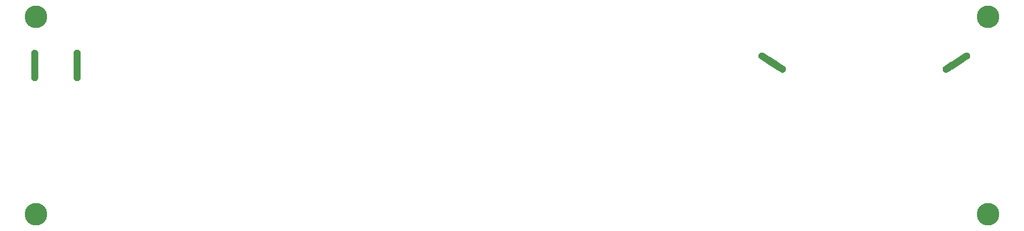
<source format=gbr>
G04 #@! TF.GenerationSoftware,KiCad,Pcbnew,(5.1.12)-1*
G04 #@! TF.CreationDate,2022-02-09T13:03:28+03:00*
G04 #@! TF.ProjectId,ADAU1701 panel,41444155-3137-4303-9120-70616e656c2e,rev?*
G04 #@! TF.SameCoordinates,Original*
G04 #@! TF.FileFunction,Soldermask,Top*
G04 #@! TF.FilePolarity,Negative*
%FSLAX46Y46*%
G04 Gerber Fmt 4.6, Leading zero omitted, Abs format (unit mm)*
G04 Created by KiCad (PCBNEW (5.1.12)-1) date 2022-02-09 13:03:28*
%MOMM*%
%LPD*%
G01*
G04 APERTURE LIST*
%ADD10C,0.010000*%
%ADD11C,3.302000*%
G04 APERTURE END LIST*
D10*
G36*
X74024641Y-108174991D02*
G01*
X74024814Y-108020284D01*
X74025079Y-107867901D01*
X74025435Y-107718804D01*
X74025880Y-107573957D01*
X74026418Y-107434323D01*
X74027046Y-107300864D01*
X74027766Y-107174543D01*
X74028576Y-107056322D01*
X74029477Y-106947166D01*
X74030469Y-106848036D01*
X74031551Y-106759896D01*
X74032725Y-106683708D01*
X74033990Y-106620435D01*
X74035345Y-106571040D01*
X74036791Y-106536487D01*
X74038329Y-106517736D01*
X74038604Y-106516167D01*
X74064716Y-106431569D01*
X74105139Y-106354420D01*
X74158304Y-106286291D01*
X74222645Y-106228748D01*
X74296592Y-106183359D01*
X74378579Y-106151693D01*
X74411100Y-106143671D01*
X74463727Y-106134547D01*
X74508989Y-106131975D01*
X74555137Y-106135954D01*
X74597367Y-106143671D01*
X74681965Y-106169783D01*
X74759113Y-106210206D01*
X74827243Y-106263372D01*
X74884786Y-106327712D01*
X74930174Y-106401660D01*
X74961841Y-106483646D01*
X74969863Y-106516167D01*
X74971368Y-106531854D01*
X74972784Y-106563503D01*
X74974109Y-106610153D01*
X74975345Y-106670846D01*
X74976491Y-106744620D01*
X74977548Y-106830514D01*
X74978515Y-106927570D01*
X74979393Y-107034825D01*
X74980182Y-107151320D01*
X74980881Y-107276095D01*
X74981492Y-107408189D01*
X74982014Y-107546641D01*
X74982447Y-107690492D01*
X74982792Y-107838781D01*
X74983048Y-107990548D01*
X74983216Y-108144832D01*
X74983295Y-108300673D01*
X74983287Y-108457110D01*
X74983190Y-108613184D01*
X74983006Y-108767934D01*
X74982734Y-108920399D01*
X74982375Y-109069619D01*
X74981927Y-109214634D01*
X74981393Y-109354483D01*
X74980771Y-109488207D01*
X74980062Y-109614844D01*
X74979267Y-109733435D01*
X74978384Y-109843018D01*
X74977414Y-109942634D01*
X74976358Y-110031323D01*
X74975215Y-110108123D01*
X74973986Y-110172075D01*
X74972671Y-110222218D01*
X74971269Y-110257592D01*
X74969782Y-110277236D01*
X74969391Y-110279600D01*
X74943954Y-110359972D01*
X74904381Y-110435225D01*
X74852731Y-110502686D01*
X74791061Y-110559678D01*
X74721430Y-110603525D01*
X74719508Y-110604477D01*
X74663496Y-110627851D01*
X74603046Y-110646036D01*
X74544669Y-110657345D01*
X74504233Y-110660306D01*
X74452112Y-110655637D01*
X74392765Y-110642754D01*
X74332703Y-110623347D01*
X74288958Y-110604477D01*
X74218452Y-110560613D01*
X74156362Y-110503574D01*
X74104540Y-110435796D01*
X74064840Y-110359713D01*
X74039113Y-110277760D01*
X74038604Y-110275367D01*
X74037051Y-110259448D01*
X74035589Y-110227559D01*
X74034218Y-110180662D01*
X74032937Y-110119720D01*
X74031748Y-110045697D01*
X74030649Y-109959556D01*
X74029642Y-109862258D01*
X74028725Y-109754767D01*
X74027899Y-109638045D01*
X74027164Y-109513056D01*
X74026520Y-109380763D01*
X74025967Y-109242128D01*
X74025506Y-109098113D01*
X74025134Y-108949683D01*
X74024854Y-108797800D01*
X74024664Y-108643426D01*
X74024565Y-108487525D01*
X74024557Y-108331058D01*
X74024641Y-108174991D01*
G37*
X74024641Y-108174991D02*
X74024814Y-108020284D01*
X74025079Y-107867901D01*
X74025435Y-107718804D01*
X74025880Y-107573957D01*
X74026418Y-107434323D01*
X74027046Y-107300864D01*
X74027766Y-107174543D01*
X74028576Y-107056322D01*
X74029477Y-106947166D01*
X74030469Y-106848036D01*
X74031551Y-106759896D01*
X74032725Y-106683708D01*
X74033990Y-106620435D01*
X74035345Y-106571040D01*
X74036791Y-106536487D01*
X74038329Y-106517736D01*
X74038604Y-106516167D01*
X74064716Y-106431569D01*
X74105139Y-106354420D01*
X74158304Y-106286291D01*
X74222645Y-106228748D01*
X74296592Y-106183359D01*
X74378579Y-106151693D01*
X74411100Y-106143671D01*
X74463727Y-106134547D01*
X74508989Y-106131975D01*
X74555137Y-106135954D01*
X74597367Y-106143671D01*
X74681965Y-106169783D01*
X74759113Y-106210206D01*
X74827243Y-106263372D01*
X74884786Y-106327712D01*
X74930174Y-106401660D01*
X74961841Y-106483646D01*
X74969863Y-106516167D01*
X74971368Y-106531854D01*
X74972784Y-106563503D01*
X74974109Y-106610153D01*
X74975345Y-106670846D01*
X74976491Y-106744620D01*
X74977548Y-106830514D01*
X74978515Y-106927570D01*
X74979393Y-107034825D01*
X74980182Y-107151320D01*
X74980881Y-107276095D01*
X74981492Y-107408189D01*
X74982014Y-107546641D01*
X74982447Y-107690492D01*
X74982792Y-107838781D01*
X74983048Y-107990548D01*
X74983216Y-108144832D01*
X74983295Y-108300673D01*
X74983287Y-108457110D01*
X74983190Y-108613184D01*
X74983006Y-108767934D01*
X74982734Y-108920399D01*
X74982375Y-109069619D01*
X74981927Y-109214634D01*
X74981393Y-109354483D01*
X74980771Y-109488207D01*
X74980062Y-109614844D01*
X74979267Y-109733435D01*
X74978384Y-109843018D01*
X74977414Y-109942634D01*
X74976358Y-110031323D01*
X74975215Y-110108123D01*
X74973986Y-110172075D01*
X74972671Y-110222218D01*
X74971269Y-110257592D01*
X74969782Y-110277236D01*
X74969391Y-110279600D01*
X74943954Y-110359972D01*
X74904381Y-110435225D01*
X74852731Y-110502686D01*
X74791061Y-110559678D01*
X74721430Y-110603525D01*
X74719508Y-110604477D01*
X74663496Y-110627851D01*
X74603046Y-110646036D01*
X74544669Y-110657345D01*
X74504233Y-110660306D01*
X74452112Y-110655637D01*
X74392765Y-110642754D01*
X74332703Y-110623347D01*
X74288958Y-110604477D01*
X74218452Y-110560613D01*
X74156362Y-110503574D01*
X74104540Y-110435796D01*
X74064840Y-110359713D01*
X74039113Y-110277760D01*
X74038604Y-110275367D01*
X74037051Y-110259448D01*
X74035589Y-110227559D01*
X74034218Y-110180662D01*
X74032937Y-110119720D01*
X74031748Y-110045697D01*
X74030649Y-109959556D01*
X74029642Y-109862258D01*
X74028725Y-109754767D01*
X74027899Y-109638045D01*
X74027164Y-109513056D01*
X74026520Y-109380763D01*
X74025967Y-109242128D01*
X74025506Y-109098113D01*
X74025134Y-108949683D01*
X74024854Y-108797800D01*
X74024664Y-108643426D01*
X74024565Y-108487525D01*
X74024557Y-108331058D01*
X74024641Y-108174991D01*
G36*
X80224641Y-108174991D02*
G01*
X80224814Y-108020284D01*
X80225079Y-107867901D01*
X80225435Y-107718804D01*
X80225880Y-107573957D01*
X80226418Y-107434323D01*
X80227046Y-107300864D01*
X80227766Y-107174543D01*
X80228576Y-107056322D01*
X80229477Y-106947166D01*
X80230469Y-106848036D01*
X80231551Y-106759896D01*
X80232725Y-106683708D01*
X80233990Y-106620435D01*
X80235345Y-106571040D01*
X80236791Y-106536487D01*
X80238329Y-106517736D01*
X80238604Y-106516167D01*
X80264716Y-106431569D01*
X80305139Y-106354420D01*
X80358304Y-106286291D01*
X80422645Y-106228748D01*
X80496592Y-106183359D01*
X80578579Y-106151693D01*
X80611100Y-106143671D01*
X80663727Y-106134547D01*
X80708989Y-106131975D01*
X80755137Y-106135954D01*
X80797367Y-106143671D01*
X80881965Y-106169783D01*
X80959113Y-106210206D01*
X81027243Y-106263372D01*
X81084786Y-106327712D01*
X81130174Y-106401660D01*
X81161841Y-106483646D01*
X81169863Y-106516167D01*
X81171368Y-106531854D01*
X81172784Y-106563503D01*
X81174109Y-106610153D01*
X81175345Y-106670846D01*
X81176491Y-106744620D01*
X81177548Y-106830514D01*
X81178515Y-106927570D01*
X81179393Y-107034825D01*
X81180182Y-107151320D01*
X81180881Y-107276095D01*
X81181492Y-107408189D01*
X81182014Y-107546641D01*
X81182447Y-107690492D01*
X81182792Y-107838781D01*
X81183048Y-107990548D01*
X81183216Y-108144832D01*
X81183295Y-108300673D01*
X81183287Y-108457110D01*
X81183190Y-108613184D01*
X81183006Y-108767934D01*
X81182734Y-108920399D01*
X81182375Y-109069619D01*
X81181927Y-109214634D01*
X81181393Y-109354483D01*
X81180771Y-109488207D01*
X81180062Y-109614844D01*
X81179267Y-109733435D01*
X81178384Y-109843018D01*
X81177414Y-109942634D01*
X81176358Y-110031323D01*
X81175215Y-110108123D01*
X81173986Y-110172075D01*
X81172671Y-110222218D01*
X81171269Y-110257592D01*
X81169782Y-110277236D01*
X81169391Y-110279600D01*
X81143954Y-110359972D01*
X81104381Y-110435225D01*
X81052731Y-110502686D01*
X80991061Y-110559678D01*
X80921430Y-110603525D01*
X80919508Y-110604477D01*
X80863496Y-110627851D01*
X80803046Y-110646036D01*
X80744669Y-110657345D01*
X80704233Y-110660306D01*
X80652112Y-110655637D01*
X80592765Y-110642754D01*
X80532703Y-110623347D01*
X80488958Y-110604477D01*
X80418452Y-110560613D01*
X80356362Y-110503574D01*
X80304540Y-110435796D01*
X80264840Y-110359713D01*
X80239113Y-110277760D01*
X80238604Y-110275367D01*
X80237051Y-110259448D01*
X80235589Y-110227559D01*
X80234218Y-110180662D01*
X80232937Y-110119720D01*
X80231748Y-110045697D01*
X80230649Y-109959556D01*
X80229642Y-109862258D01*
X80228725Y-109754767D01*
X80227899Y-109638045D01*
X80227164Y-109513056D01*
X80226520Y-109380763D01*
X80225967Y-109242128D01*
X80225506Y-109098113D01*
X80225134Y-108949683D01*
X80224854Y-108797800D01*
X80224664Y-108643426D01*
X80224565Y-108487525D01*
X80224557Y-108331058D01*
X80224641Y-108174991D01*
G37*
X80224641Y-108174991D02*
X80224814Y-108020284D01*
X80225079Y-107867901D01*
X80225435Y-107718804D01*
X80225880Y-107573957D01*
X80226418Y-107434323D01*
X80227046Y-107300864D01*
X80227766Y-107174543D01*
X80228576Y-107056322D01*
X80229477Y-106947166D01*
X80230469Y-106848036D01*
X80231551Y-106759896D01*
X80232725Y-106683708D01*
X80233990Y-106620435D01*
X80235345Y-106571040D01*
X80236791Y-106536487D01*
X80238329Y-106517736D01*
X80238604Y-106516167D01*
X80264716Y-106431569D01*
X80305139Y-106354420D01*
X80358304Y-106286291D01*
X80422645Y-106228748D01*
X80496592Y-106183359D01*
X80578579Y-106151693D01*
X80611100Y-106143671D01*
X80663727Y-106134547D01*
X80708989Y-106131975D01*
X80755137Y-106135954D01*
X80797367Y-106143671D01*
X80881965Y-106169783D01*
X80959113Y-106210206D01*
X81027243Y-106263372D01*
X81084786Y-106327712D01*
X81130174Y-106401660D01*
X81161841Y-106483646D01*
X81169863Y-106516167D01*
X81171368Y-106531854D01*
X81172784Y-106563503D01*
X81174109Y-106610153D01*
X81175345Y-106670846D01*
X81176491Y-106744620D01*
X81177548Y-106830514D01*
X81178515Y-106927570D01*
X81179393Y-107034825D01*
X81180182Y-107151320D01*
X81180881Y-107276095D01*
X81181492Y-107408189D01*
X81182014Y-107546641D01*
X81182447Y-107690492D01*
X81182792Y-107838781D01*
X81183048Y-107990548D01*
X81183216Y-108144832D01*
X81183295Y-108300673D01*
X81183287Y-108457110D01*
X81183190Y-108613184D01*
X81183006Y-108767934D01*
X81182734Y-108920399D01*
X81182375Y-109069619D01*
X81181927Y-109214634D01*
X81181393Y-109354483D01*
X81180771Y-109488207D01*
X81180062Y-109614844D01*
X81179267Y-109733435D01*
X81178384Y-109843018D01*
X81177414Y-109942634D01*
X81176358Y-110031323D01*
X81175215Y-110108123D01*
X81173986Y-110172075D01*
X81172671Y-110222218D01*
X81171269Y-110257592D01*
X81169782Y-110277236D01*
X81169391Y-110279600D01*
X81143954Y-110359972D01*
X81104381Y-110435225D01*
X81052731Y-110502686D01*
X80991061Y-110559678D01*
X80921430Y-110603525D01*
X80919508Y-110604477D01*
X80863496Y-110627851D01*
X80803046Y-110646036D01*
X80744669Y-110657345D01*
X80704233Y-110660306D01*
X80652112Y-110655637D01*
X80592765Y-110642754D01*
X80532703Y-110623347D01*
X80488958Y-110604477D01*
X80418452Y-110560613D01*
X80356362Y-110503574D01*
X80304540Y-110435796D01*
X80264840Y-110359713D01*
X80239113Y-110277760D01*
X80238604Y-110275367D01*
X80237051Y-110259448D01*
X80235589Y-110227559D01*
X80234218Y-110180662D01*
X80232937Y-110119720D01*
X80231748Y-110045697D01*
X80230649Y-109959556D01*
X80229642Y-109862258D01*
X80228725Y-109754767D01*
X80227899Y-109638045D01*
X80227164Y-109513056D01*
X80226520Y-109380763D01*
X80225967Y-109242128D01*
X80225506Y-109098113D01*
X80225134Y-108949683D01*
X80224854Y-108797800D01*
X80224664Y-108643426D01*
X80224565Y-108487525D01*
X80224557Y-108331058D01*
X80224641Y-108174991D01*
G36*
X209170191Y-108515424D02*
G01*
X209040348Y-108599539D01*
X208912405Y-108682310D01*
X208787168Y-108763216D01*
X208665446Y-108841732D01*
X208548046Y-108917331D01*
X208435776Y-108989491D01*
X208329442Y-109057686D01*
X208229853Y-109121395D01*
X208137816Y-109180090D01*
X208054138Y-109233248D01*
X207979629Y-109280345D01*
X207915093Y-109320855D01*
X207861338Y-109354255D01*
X207819174Y-109380021D01*
X207789408Y-109397628D01*
X207772845Y-109406550D01*
X207771379Y-109407174D01*
X207686208Y-109431350D01*
X207599489Y-109439467D01*
X207513395Y-109431985D01*
X207430093Y-109409364D01*
X207351752Y-109372068D01*
X207280542Y-109320554D01*
X207256102Y-109297649D01*
X207219787Y-109258481D01*
X207192978Y-109221922D01*
X207171181Y-109181052D01*
X207154653Y-109141432D01*
X207130477Y-109056261D01*
X207122361Y-108969543D01*
X207129844Y-108883448D01*
X207152464Y-108800146D01*
X207189762Y-108721806D01*
X207241274Y-108650595D01*
X207264179Y-108626155D01*
X207276516Y-108616349D01*
X207302287Y-108597924D01*
X207340690Y-108571405D01*
X207390918Y-108537313D01*
X207452166Y-108496172D01*
X207523627Y-108448504D01*
X207604498Y-108394832D01*
X207693972Y-108335681D01*
X207791243Y-108271571D01*
X207895507Y-108203028D01*
X208005958Y-108130572D01*
X208121789Y-108054728D01*
X208242197Y-107976018D01*
X208366375Y-107894964D01*
X208493518Y-107812091D01*
X208622820Y-107727921D01*
X208753476Y-107642978D01*
X208884680Y-107557783D01*
X209015627Y-107472860D01*
X209145511Y-107388732D01*
X209273528Y-107305922D01*
X209398869Y-107224952D01*
X209520733Y-107146347D01*
X209638311Y-107070627D01*
X209750801Y-106998318D01*
X209857393Y-106929941D01*
X209957285Y-106866018D01*
X210049670Y-106807075D01*
X210133743Y-106753634D01*
X210208699Y-106706216D01*
X210273732Y-106665347D01*
X210328036Y-106631547D01*
X210370806Y-106605340D01*
X210401236Y-106587249D01*
X210418521Y-106577798D01*
X210420717Y-106576838D01*
X210501976Y-106554398D01*
X210586642Y-106546601D01*
X210671350Y-106553176D01*
X210752735Y-106573857D01*
X210827432Y-106608373D01*
X210829277Y-106609467D01*
X210879387Y-106643712D01*
X210927561Y-106684505D01*
X210968840Y-106727305D01*
X210993347Y-106759605D01*
X211017818Y-106805860D01*
X211039336Y-106862649D01*
X211055772Y-106923592D01*
X211063772Y-106970556D01*
X211065385Y-107053578D01*
X211051364Y-107136717D01*
X211022745Y-107217093D01*
X210980559Y-107291826D01*
X210925839Y-107358037D01*
X210924109Y-107359767D01*
X210911604Y-107369740D01*
X210885656Y-107388334D01*
X210847072Y-107415026D01*
X210796659Y-107449291D01*
X210735226Y-107490604D01*
X210663581Y-107538442D01*
X210582528Y-107592279D01*
X210492878Y-107651591D01*
X210395437Y-107715856D01*
X210291012Y-107784546D01*
X210180413Y-107857138D01*
X210064445Y-107933108D01*
X209943915Y-108011931D01*
X209819634Y-108093083D01*
X209692406Y-108176040D01*
X209563041Y-108260277D01*
X209432345Y-108345270D01*
X209301125Y-108430495D01*
X209170191Y-108515424D01*
G37*
X209170191Y-108515424D02*
X209040348Y-108599539D01*
X208912405Y-108682310D01*
X208787168Y-108763216D01*
X208665446Y-108841732D01*
X208548046Y-108917331D01*
X208435776Y-108989491D01*
X208329442Y-109057686D01*
X208229853Y-109121395D01*
X208137816Y-109180090D01*
X208054138Y-109233248D01*
X207979629Y-109280345D01*
X207915093Y-109320855D01*
X207861338Y-109354255D01*
X207819174Y-109380021D01*
X207789408Y-109397628D01*
X207772845Y-109406550D01*
X207771379Y-109407174D01*
X207686208Y-109431350D01*
X207599489Y-109439467D01*
X207513395Y-109431985D01*
X207430093Y-109409364D01*
X207351752Y-109372068D01*
X207280542Y-109320554D01*
X207256102Y-109297649D01*
X207219787Y-109258481D01*
X207192978Y-109221922D01*
X207171181Y-109181052D01*
X207154653Y-109141432D01*
X207130477Y-109056261D01*
X207122361Y-108969543D01*
X207129844Y-108883448D01*
X207152464Y-108800146D01*
X207189762Y-108721806D01*
X207241274Y-108650595D01*
X207264179Y-108626155D01*
X207276516Y-108616349D01*
X207302287Y-108597924D01*
X207340690Y-108571405D01*
X207390918Y-108537313D01*
X207452166Y-108496172D01*
X207523627Y-108448504D01*
X207604498Y-108394832D01*
X207693972Y-108335681D01*
X207791243Y-108271571D01*
X207895507Y-108203028D01*
X208005958Y-108130572D01*
X208121789Y-108054728D01*
X208242197Y-107976018D01*
X208366375Y-107894964D01*
X208493518Y-107812091D01*
X208622820Y-107727921D01*
X208753476Y-107642978D01*
X208884680Y-107557783D01*
X209015627Y-107472860D01*
X209145511Y-107388732D01*
X209273528Y-107305922D01*
X209398869Y-107224952D01*
X209520733Y-107146347D01*
X209638311Y-107070627D01*
X209750801Y-106998318D01*
X209857393Y-106929941D01*
X209957285Y-106866018D01*
X210049670Y-106807075D01*
X210133743Y-106753634D01*
X210208699Y-106706216D01*
X210273732Y-106665347D01*
X210328036Y-106631547D01*
X210370806Y-106605340D01*
X210401236Y-106587249D01*
X210418521Y-106577798D01*
X210420717Y-106576838D01*
X210501976Y-106554398D01*
X210586642Y-106546601D01*
X210671350Y-106553176D01*
X210752735Y-106573857D01*
X210827432Y-106608373D01*
X210829277Y-106609467D01*
X210879387Y-106643712D01*
X210927561Y-106684505D01*
X210968840Y-106727305D01*
X210993347Y-106759605D01*
X211017818Y-106805860D01*
X211039336Y-106862649D01*
X211055772Y-106923592D01*
X211063772Y-106970556D01*
X211065385Y-107053578D01*
X211051364Y-107136717D01*
X211022745Y-107217093D01*
X210980559Y-107291826D01*
X210925839Y-107358037D01*
X210924109Y-107359767D01*
X210911604Y-107369740D01*
X210885656Y-107388334D01*
X210847072Y-107415026D01*
X210796659Y-107449291D01*
X210735226Y-107490604D01*
X210663581Y-107538442D01*
X210582528Y-107592279D01*
X210492878Y-107651591D01*
X210395437Y-107715856D01*
X210291012Y-107784546D01*
X210180413Y-107857138D01*
X210064445Y-107933108D01*
X209943915Y-108011931D01*
X209819634Y-108093083D01*
X209692406Y-108176040D01*
X209563041Y-108260277D01*
X209432345Y-108345270D01*
X209301125Y-108430495D01*
X209170191Y-108515424D01*
G36*
X181752393Y-108276121D02*
G01*
X181622739Y-108191716D01*
X181495084Y-108108500D01*
X181370234Y-108026998D01*
X181248998Y-107947735D01*
X181132184Y-107871234D01*
X181020598Y-107798020D01*
X180915048Y-107728617D01*
X180816341Y-107663550D01*
X180725286Y-107603344D01*
X180642689Y-107548522D01*
X180569357Y-107499610D01*
X180506100Y-107457130D01*
X180453724Y-107421608D01*
X180413036Y-107393569D01*
X180384845Y-107373538D01*
X180369957Y-107362035D01*
X180368790Y-107360950D01*
X180312062Y-107292976D01*
X180269376Y-107217056D01*
X180241193Y-107135362D01*
X180227976Y-107050061D01*
X180230184Y-106963323D01*
X180248280Y-106877316D01*
X180259265Y-106845673D01*
X180280276Y-106796567D01*
X180302770Y-106757206D01*
X180331241Y-106720670D01*
X180360713Y-106689456D01*
X180428688Y-106632728D01*
X180504607Y-106590042D01*
X180586302Y-106561860D01*
X180671603Y-106548642D01*
X180758341Y-106550852D01*
X180844347Y-106568946D01*
X180875990Y-106579931D01*
X180889966Y-106587212D01*
X180917281Y-106603262D01*
X180957126Y-106627558D01*
X181008701Y-106659577D01*
X181071197Y-106698796D01*
X181143810Y-106744691D01*
X181225734Y-106796741D01*
X181316164Y-106854420D01*
X181414295Y-106917206D01*
X181519321Y-106984577D01*
X181630437Y-107056008D01*
X181746837Y-107130976D01*
X181867716Y-107208960D01*
X181992270Y-107289435D01*
X182119691Y-107371878D01*
X182249176Y-107455767D01*
X182379919Y-107540577D01*
X182511113Y-107625786D01*
X182641955Y-107710871D01*
X182771639Y-107795308D01*
X182899359Y-107878575D01*
X183024310Y-107960147D01*
X183145686Y-108039503D01*
X183262682Y-108116119D01*
X183374494Y-108189472D01*
X183480314Y-108259038D01*
X183579340Y-108324294D01*
X183670763Y-108384717D01*
X183753780Y-108439786D01*
X183827586Y-108488975D01*
X183891373Y-108531762D01*
X183944338Y-108567623D01*
X183985676Y-108596036D01*
X184014579Y-108616478D01*
X184030244Y-108628424D01*
X184032014Y-108630039D01*
X184085566Y-108695146D01*
X184127125Y-108769321D01*
X184155572Y-108849380D01*
X184169782Y-108932141D01*
X184168631Y-109014419D01*
X184168383Y-109016549D01*
X184157479Y-109076255D01*
X184139807Y-109136857D01*
X184117497Y-109191976D01*
X184097958Y-109227501D01*
X184065655Y-109268670D01*
X184022527Y-109311426D01*
X183973539Y-109351229D01*
X183933888Y-109377639D01*
X183858701Y-109412880D01*
X183777047Y-109433888D01*
X183691979Y-109440435D01*
X183606548Y-109432292D01*
X183523805Y-109409234D01*
X183521521Y-109408357D01*
X183507324Y-109400990D01*
X183479784Y-109384848D01*
X183439706Y-109360456D01*
X183387898Y-109328339D01*
X183325169Y-109289020D01*
X183252327Y-109243026D01*
X183170177Y-109190878D01*
X183079528Y-109133103D01*
X182981187Y-109070225D01*
X182875962Y-109002767D01*
X182764661Y-108931256D01*
X182648091Y-108856213D01*
X182527059Y-108778164D01*
X182402372Y-108697635D01*
X182274840Y-108615148D01*
X182145268Y-108531230D01*
X182014464Y-108446403D01*
X181883236Y-108361192D01*
X181752393Y-108276121D01*
G37*
X181752393Y-108276121D02*
X181622739Y-108191716D01*
X181495084Y-108108500D01*
X181370234Y-108026998D01*
X181248998Y-107947735D01*
X181132184Y-107871234D01*
X181020598Y-107798020D01*
X180915048Y-107728617D01*
X180816341Y-107663550D01*
X180725286Y-107603344D01*
X180642689Y-107548522D01*
X180569357Y-107499610D01*
X180506100Y-107457130D01*
X180453724Y-107421608D01*
X180413036Y-107393569D01*
X180384845Y-107373538D01*
X180369957Y-107362035D01*
X180368790Y-107360950D01*
X180312062Y-107292976D01*
X180269376Y-107217056D01*
X180241193Y-107135362D01*
X180227976Y-107050061D01*
X180230184Y-106963323D01*
X180248280Y-106877316D01*
X180259265Y-106845673D01*
X180280276Y-106796567D01*
X180302770Y-106757206D01*
X180331241Y-106720670D01*
X180360713Y-106689456D01*
X180428688Y-106632728D01*
X180504607Y-106590042D01*
X180586302Y-106561860D01*
X180671603Y-106548642D01*
X180758341Y-106550852D01*
X180844347Y-106568946D01*
X180875990Y-106579931D01*
X180889966Y-106587212D01*
X180917281Y-106603262D01*
X180957126Y-106627558D01*
X181008701Y-106659577D01*
X181071197Y-106698796D01*
X181143810Y-106744691D01*
X181225734Y-106796741D01*
X181316164Y-106854420D01*
X181414295Y-106917206D01*
X181519321Y-106984577D01*
X181630437Y-107056008D01*
X181746837Y-107130976D01*
X181867716Y-107208960D01*
X181992270Y-107289435D01*
X182119691Y-107371878D01*
X182249176Y-107455767D01*
X182379919Y-107540577D01*
X182511113Y-107625786D01*
X182641955Y-107710871D01*
X182771639Y-107795308D01*
X182899359Y-107878575D01*
X183024310Y-107960147D01*
X183145686Y-108039503D01*
X183262682Y-108116119D01*
X183374494Y-108189472D01*
X183480314Y-108259038D01*
X183579340Y-108324294D01*
X183670763Y-108384717D01*
X183753780Y-108439786D01*
X183827586Y-108488975D01*
X183891373Y-108531762D01*
X183944338Y-108567623D01*
X183985676Y-108596036D01*
X184014579Y-108616478D01*
X184030244Y-108628424D01*
X184032014Y-108630039D01*
X184085566Y-108695146D01*
X184127125Y-108769321D01*
X184155572Y-108849380D01*
X184169782Y-108932141D01*
X184168631Y-109014419D01*
X184168383Y-109016549D01*
X184157479Y-109076255D01*
X184139807Y-109136857D01*
X184117497Y-109191976D01*
X184097958Y-109227501D01*
X184065655Y-109268670D01*
X184022527Y-109311426D01*
X183973539Y-109351229D01*
X183933888Y-109377639D01*
X183858701Y-109412880D01*
X183777047Y-109433888D01*
X183691979Y-109440435D01*
X183606548Y-109432292D01*
X183523805Y-109409234D01*
X183521521Y-109408357D01*
X183507324Y-109400990D01*
X183479784Y-109384848D01*
X183439706Y-109360456D01*
X183387898Y-109328339D01*
X183325169Y-109289020D01*
X183252327Y-109243026D01*
X183170177Y-109190878D01*
X183079528Y-109133103D01*
X182981187Y-109070225D01*
X182875962Y-109002767D01*
X182764661Y-108931256D01*
X182648091Y-108856213D01*
X182527059Y-108778164D01*
X182402372Y-108697635D01*
X182274840Y-108615148D01*
X182145268Y-108531230D01*
X182014464Y-108446403D01*
X181883236Y-108361192D01*
X181752393Y-108276121D01*
G36*
X74024641Y-108174991D02*
G01*
X74024814Y-108020284D01*
X74025079Y-107867901D01*
X74025435Y-107718804D01*
X74025880Y-107573957D01*
X74026418Y-107434323D01*
X74027046Y-107300864D01*
X74027766Y-107174543D01*
X74028576Y-107056322D01*
X74029477Y-106947166D01*
X74030469Y-106848036D01*
X74031551Y-106759896D01*
X74032725Y-106683708D01*
X74033990Y-106620435D01*
X74035345Y-106571040D01*
X74036791Y-106536487D01*
X74038329Y-106517736D01*
X74038604Y-106516167D01*
X74064716Y-106431569D01*
X74105139Y-106354420D01*
X74158304Y-106286291D01*
X74222645Y-106228748D01*
X74296592Y-106183359D01*
X74378579Y-106151693D01*
X74411100Y-106143671D01*
X74463727Y-106134547D01*
X74508989Y-106131975D01*
X74555137Y-106135954D01*
X74597367Y-106143671D01*
X74681965Y-106169783D01*
X74759113Y-106210206D01*
X74827243Y-106263372D01*
X74884786Y-106327712D01*
X74930174Y-106401660D01*
X74961841Y-106483646D01*
X74969863Y-106516167D01*
X74971368Y-106531854D01*
X74972784Y-106563503D01*
X74974109Y-106610153D01*
X74975345Y-106670846D01*
X74976491Y-106744620D01*
X74977548Y-106830514D01*
X74978515Y-106927570D01*
X74979393Y-107034825D01*
X74980182Y-107151320D01*
X74980881Y-107276095D01*
X74981492Y-107408189D01*
X74982014Y-107546641D01*
X74982447Y-107690492D01*
X74982792Y-107838781D01*
X74983048Y-107990548D01*
X74983216Y-108144832D01*
X74983295Y-108300673D01*
X74983287Y-108457110D01*
X74983190Y-108613184D01*
X74983006Y-108767934D01*
X74982734Y-108920399D01*
X74982375Y-109069619D01*
X74981927Y-109214634D01*
X74981393Y-109354483D01*
X74980771Y-109488207D01*
X74980062Y-109614844D01*
X74979267Y-109733435D01*
X74978384Y-109843018D01*
X74977414Y-109942634D01*
X74976358Y-110031323D01*
X74975215Y-110108123D01*
X74973986Y-110172075D01*
X74972671Y-110222218D01*
X74971269Y-110257592D01*
X74969782Y-110277236D01*
X74969391Y-110279600D01*
X74943954Y-110359972D01*
X74904381Y-110435225D01*
X74852731Y-110502686D01*
X74791061Y-110559678D01*
X74721430Y-110603525D01*
X74719508Y-110604477D01*
X74663496Y-110627851D01*
X74603046Y-110646036D01*
X74544669Y-110657345D01*
X74504233Y-110660306D01*
X74452112Y-110655637D01*
X74392765Y-110642754D01*
X74332703Y-110623347D01*
X74288958Y-110604477D01*
X74218452Y-110560613D01*
X74156362Y-110503574D01*
X74104540Y-110435796D01*
X74064840Y-110359713D01*
X74039113Y-110277760D01*
X74038604Y-110275367D01*
X74037051Y-110259448D01*
X74035589Y-110227559D01*
X74034218Y-110180662D01*
X74032937Y-110119720D01*
X74031748Y-110045697D01*
X74030649Y-109959556D01*
X74029642Y-109862258D01*
X74028725Y-109754767D01*
X74027899Y-109638045D01*
X74027164Y-109513056D01*
X74026520Y-109380763D01*
X74025967Y-109242128D01*
X74025506Y-109098113D01*
X74025134Y-108949683D01*
X74024854Y-108797800D01*
X74024664Y-108643426D01*
X74024565Y-108487525D01*
X74024557Y-108331058D01*
X74024641Y-108174991D01*
G37*
X74024641Y-108174991D02*
X74024814Y-108020284D01*
X74025079Y-107867901D01*
X74025435Y-107718804D01*
X74025880Y-107573957D01*
X74026418Y-107434323D01*
X74027046Y-107300864D01*
X74027766Y-107174543D01*
X74028576Y-107056322D01*
X74029477Y-106947166D01*
X74030469Y-106848036D01*
X74031551Y-106759896D01*
X74032725Y-106683708D01*
X74033990Y-106620435D01*
X74035345Y-106571040D01*
X74036791Y-106536487D01*
X74038329Y-106517736D01*
X74038604Y-106516167D01*
X74064716Y-106431569D01*
X74105139Y-106354420D01*
X74158304Y-106286291D01*
X74222645Y-106228748D01*
X74296592Y-106183359D01*
X74378579Y-106151693D01*
X74411100Y-106143671D01*
X74463727Y-106134547D01*
X74508989Y-106131975D01*
X74555137Y-106135954D01*
X74597367Y-106143671D01*
X74681965Y-106169783D01*
X74759113Y-106210206D01*
X74827243Y-106263372D01*
X74884786Y-106327712D01*
X74930174Y-106401660D01*
X74961841Y-106483646D01*
X74969863Y-106516167D01*
X74971368Y-106531854D01*
X74972784Y-106563503D01*
X74974109Y-106610153D01*
X74975345Y-106670846D01*
X74976491Y-106744620D01*
X74977548Y-106830514D01*
X74978515Y-106927570D01*
X74979393Y-107034825D01*
X74980182Y-107151320D01*
X74980881Y-107276095D01*
X74981492Y-107408189D01*
X74982014Y-107546641D01*
X74982447Y-107690492D01*
X74982792Y-107838781D01*
X74983048Y-107990548D01*
X74983216Y-108144832D01*
X74983295Y-108300673D01*
X74983287Y-108457110D01*
X74983190Y-108613184D01*
X74983006Y-108767934D01*
X74982734Y-108920399D01*
X74982375Y-109069619D01*
X74981927Y-109214634D01*
X74981393Y-109354483D01*
X74980771Y-109488207D01*
X74980062Y-109614844D01*
X74979267Y-109733435D01*
X74978384Y-109843018D01*
X74977414Y-109942634D01*
X74976358Y-110031323D01*
X74975215Y-110108123D01*
X74973986Y-110172075D01*
X74972671Y-110222218D01*
X74971269Y-110257592D01*
X74969782Y-110277236D01*
X74969391Y-110279600D01*
X74943954Y-110359972D01*
X74904381Y-110435225D01*
X74852731Y-110502686D01*
X74791061Y-110559678D01*
X74721430Y-110603525D01*
X74719508Y-110604477D01*
X74663496Y-110627851D01*
X74603046Y-110646036D01*
X74544669Y-110657345D01*
X74504233Y-110660306D01*
X74452112Y-110655637D01*
X74392765Y-110642754D01*
X74332703Y-110623347D01*
X74288958Y-110604477D01*
X74218452Y-110560613D01*
X74156362Y-110503574D01*
X74104540Y-110435796D01*
X74064840Y-110359713D01*
X74039113Y-110277760D01*
X74038604Y-110275367D01*
X74037051Y-110259448D01*
X74035589Y-110227559D01*
X74034218Y-110180662D01*
X74032937Y-110119720D01*
X74031748Y-110045697D01*
X74030649Y-109959556D01*
X74029642Y-109862258D01*
X74028725Y-109754767D01*
X74027899Y-109638045D01*
X74027164Y-109513056D01*
X74026520Y-109380763D01*
X74025967Y-109242128D01*
X74025506Y-109098113D01*
X74025134Y-108949683D01*
X74024854Y-108797800D01*
X74024664Y-108643426D01*
X74024565Y-108487525D01*
X74024557Y-108331058D01*
X74024641Y-108174991D01*
G36*
X80224641Y-108174991D02*
G01*
X80224814Y-108020284D01*
X80225079Y-107867901D01*
X80225435Y-107718804D01*
X80225880Y-107573957D01*
X80226418Y-107434323D01*
X80227046Y-107300864D01*
X80227766Y-107174543D01*
X80228576Y-107056322D01*
X80229477Y-106947166D01*
X80230469Y-106848036D01*
X80231551Y-106759896D01*
X80232725Y-106683708D01*
X80233990Y-106620435D01*
X80235345Y-106571040D01*
X80236791Y-106536487D01*
X80238329Y-106517736D01*
X80238604Y-106516167D01*
X80264716Y-106431569D01*
X80305139Y-106354420D01*
X80358304Y-106286291D01*
X80422645Y-106228748D01*
X80496592Y-106183359D01*
X80578579Y-106151693D01*
X80611100Y-106143671D01*
X80663727Y-106134547D01*
X80708989Y-106131975D01*
X80755137Y-106135954D01*
X80797367Y-106143671D01*
X80881965Y-106169783D01*
X80959113Y-106210206D01*
X81027243Y-106263372D01*
X81084786Y-106327712D01*
X81130174Y-106401660D01*
X81161841Y-106483646D01*
X81169863Y-106516167D01*
X81171368Y-106531854D01*
X81172784Y-106563503D01*
X81174109Y-106610153D01*
X81175345Y-106670846D01*
X81176491Y-106744620D01*
X81177548Y-106830514D01*
X81178515Y-106927570D01*
X81179393Y-107034825D01*
X81180182Y-107151320D01*
X81180881Y-107276095D01*
X81181492Y-107408189D01*
X81182014Y-107546641D01*
X81182447Y-107690492D01*
X81182792Y-107838781D01*
X81183048Y-107990548D01*
X81183216Y-108144832D01*
X81183295Y-108300673D01*
X81183287Y-108457110D01*
X81183190Y-108613184D01*
X81183006Y-108767934D01*
X81182734Y-108920399D01*
X81182375Y-109069619D01*
X81181927Y-109214634D01*
X81181393Y-109354483D01*
X81180771Y-109488207D01*
X81180062Y-109614844D01*
X81179267Y-109733435D01*
X81178384Y-109843018D01*
X81177414Y-109942634D01*
X81176358Y-110031323D01*
X81175215Y-110108123D01*
X81173986Y-110172075D01*
X81172671Y-110222218D01*
X81171269Y-110257592D01*
X81169782Y-110277236D01*
X81169391Y-110279600D01*
X81143954Y-110359972D01*
X81104381Y-110435225D01*
X81052731Y-110502686D01*
X80991061Y-110559678D01*
X80921430Y-110603525D01*
X80919508Y-110604477D01*
X80863496Y-110627851D01*
X80803046Y-110646036D01*
X80744669Y-110657345D01*
X80704233Y-110660306D01*
X80652112Y-110655637D01*
X80592765Y-110642754D01*
X80532703Y-110623347D01*
X80488958Y-110604477D01*
X80418452Y-110560613D01*
X80356362Y-110503574D01*
X80304540Y-110435796D01*
X80264840Y-110359713D01*
X80239113Y-110277760D01*
X80238604Y-110275367D01*
X80237051Y-110259448D01*
X80235589Y-110227559D01*
X80234218Y-110180662D01*
X80232937Y-110119720D01*
X80231748Y-110045697D01*
X80230649Y-109959556D01*
X80229642Y-109862258D01*
X80228725Y-109754767D01*
X80227899Y-109638045D01*
X80227164Y-109513056D01*
X80226520Y-109380763D01*
X80225967Y-109242128D01*
X80225506Y-109098113D01*
X80225134Y-108949683D01*
X80224854Y-108797800D01*
X80224664Y-108643426D01*
X80224565Y-108487525D01*
X80224557Y-108331058D01*
X80224641Y-108174991D01*
G37*
X80224641Y-108174991D02*
X80224814Y-108020284D01*
X80225079Y-107867901D01*
X80225435Y-107718804D01*
X80225880Y-107573957D01*
X80226418Y-107434323D01*
X80227046Y-107300864D01*
X80227766Y-107174543D01*
X80228576Y-107056322D01*
X80229477Y-106947166D01*
X80230469Y-106848036D01*
X80231551Y-106759896D01*
X80232725Y-106683708D01*
X80233990Y-106620435D01*
X80235345Y-106571040D01*
X80236791Y-106536487D01*
X80238329Y-106517736D01*
X80238604Y-106516167D01*
X80264716Y-106431569D01*
X80305139Y-106354420D01*
X80358304Y-106286291D01*
X80422645Y-106228748D01*
X80496592Y-106183359D01*
X80578579Y-106151693D01*
X80611100Y-106143671D01*
X80663727Y-106134547D01*
X80708989Y-106131975D01*
X80755137Y-106135954D01*
X80797367Y-106143671D01*
X80881965Y-106169783D01*
X80959113Y-106210206D01*
X81027243Y-106263372D01*
X81084786Y-106327712D01*
X81130174Y-106401660D01*
X81161841Y-106483646D01*
X81169863Y-106516167D01*
X81171368Y-106531854D01*
X81172784Y-106563503D01*
X81174109Y-106610153D01*
X81175345Y-106670846D01*
X81176491Y-106744620D01*
X81177548Y-106830514D01*
X81178515Y-106927570D01*
X81179393Y-107034825D01*
X81180182Y-107151320D01*
X81180881Y-107276095D01*
X81181492Y-107408189D01*
X81182014Y-107546641D01*
X81182447Y-107690492D01*
X81182792Y-107838781D01*
X81183048Y-107990548D01*
X81183216Y-108144832D01*
X81183295Y-108300673D01*
X81183287Y-108457110D01*
X81183190Y-108613184D01*
X81183006Y-108767934D01*
X81182734Y-108920399D01*
X81182375Y-109069619D01*
X81181927Y-109214634D01*
X81181393Y-109354483D01*
X81180771Y-109488207D01*
X81180062Y-109614844D01*
X81179267Y-109733435D01*
X81178384Y-109843018D01*
X81177414Y-109942634D01*
X81176358Y-110031323D01*
X81175215Y-110108123D01*
X81173986Y-110172075D01*
X81172671Y-110222218D01*
X81171269Y-110257592D01*
X81169782Y-110277236D01*
X81169391Y-110279600D01*
X81143954Y-110359972D01*
X81104381Y-110435225D01*
X81052731Y-110502686D01*
X80991061Y-110559678D01*
X80921430Y-110603525D01*
X80919508Y-110604477D01*
X80863496Y-110627851D01*
X80803046Y-110646036D01*
X80744669Y-110657345D01*
X80704233Y-110660306D01*
X80652112Y-110655637D01*
X80592765Y-110642754D01*
X80532703Y-110623347D01*
X80488958Y-110604477D01*
X80418452Y-110560613D01*
X80356362Y-110503574D01*
X80304540Y-110435796D01*
X80264840Y-110359713D01*
X80239113Y-110277760D01*
X80238604Y-110275367D01*
X80237051Y-110259448D01*
X80235589Y-110227559D01*
X80234218Y-110180662D01*
X80232937Y-110119720D01*
X80231748Y-110045697D01*
X80230649Y-109959556D01*
X80229642Y-109862258D01*
X80228725Y-109754767D01*
X80227899Y-109638045D01*
X80227164Y-109513056D01*
X80226520Y-109380763D01*
X80225967Y-109242128D01*
X80225506Y-109098113D01*
X80225134Y-108949683D01*
X80224854Y-108797800D01*
X80224664Y-108643426D01*
X80224565Y-108487525D01*
X80224557Y-108331058D01*
X80224641Y-108174991D01*
G36*
X209170191Y-108515424D02*
G01*
X209040348Y-108599539D01*
X208912405Y-108682310D01*
X208787168Y-108763216D01*
X208665446Y-108841732D01*
X208548046Y-108917331D01*
X208435776Y-108989491D01*
X208329442Y-109057686D01*
X208229853Y-109121395D01*
X208137816Y-109180090D01*
X208054138Y-109233248D01*
X207979629Y-109280345D01*
X207915093Y-109320855D01*
X207861338Y-109354255D01*
X207819174Y-109380021D01*
X207789408Y-109397628D01*
X207772845Y-109406550D01*
X207771379Y-109407174D01*
X207686208Y-109431350D01*
X207599489Y-109439467D01*
X207513395Y-109431985D01*
X207430093Y-109409364D01*
X207351752Y-109372068D01*
X207280542Y-109320554D01*
X207256102Y-109297649D01*
X207219787Y-109258481D01*
X207192978Y-109221922D01*
X207171181Y-109181052D01*
X207154653Y-109141432D01*
X207130477Y-109056261D01*
X207122361Y-108969543D01*
X207129844Y-108883448D01*
X207152464Y-108800146D01*
X207189762Y-108721806D01*
X207241274Y-108650595D01*
X207264179Y-108626155D01*
X207276516Y-108616349D01*
X207302287Y-108597924D01*
X207340690Y-108571405D01*
X207390918Y-108537313D01*
X207452166Y-108496172D01*
X207523627Y-108448504D01*
X207604498Y-108394832D01*
X207693972Y-108335681D01*
X207791243Y-108271571D01*
X207895507Y-108203028D01*
X208005958Y-108130572D01*
X208121789Y-108054728D01*
X208242197Y-107976018D01*
X208366375Y-107894964D01*
X208493518Y-107812091D01*
X208622820Y-107727921D01*
X208753476Y-107642978D01*
X208884680Y-107557783D01*
X209015627Y-107472860D01*
X209145511Y-107388732D01*
X209273528Y-107305922D01*
X209398869Y-107224952D01*
X209520733Y-107146347D01*
X209638311Y-107070627D01*
X209750801Y-106998318D01*
X209857393Y-106929941D01*
X209957285Y-106866018D01*
X210049670Y-106807075D01*
X210133743Y-106753634D01*
X210208699Y-106706216D01*
X210273732Y-106665347D01*
X210328036Y-106631547D01*
X210370806Y-106605340D01*
X210401236Y-106587249D01*
X210418521Y-106577798D01*
X210420717Y-106576838D01*
X210501976Y-106554398D01*
X210586642Y-106546601D01*
X210671350Y-106553176D01*
X210752735Y-106573857D01*
X210827432Y-106608373D01*
X210829277Y-106609467D01*
X210879387Y-106643712D01*
X210927561Y-106684505D01*
X210968840Y-106727305D01*
X210993347Y-106759605D01*
X211017818Y-106805860D01*
X211039336Y-106862649D01*
X211055772Y-106923592D01*
X211063772Y-106970556D01*
X211065385Y-107053578D01*
X211051364Y-107136717D01*
X211022745Y-107217093D01*
X210980559Y-107291826D01*
X210925839Y-107358037D01*
X210924109Y-107359767D01*
X210911604Y-107369740D01*
X210885656Y-107388334D01*
X210847072Y-107415026D01*
X210796659Y-107449291D01*
X210735226Y-107490604D01*
X210663581Y-107538442D01*
X210582528Y-107592279D01*
X210492878Y-107651591D01*
X210395437Y-107715856D01*
X210291012Y-107784546D01*
X210180413Y-107857138D01*
X210064445Y-107933108D01*
X209943915Y-108011931D01*
X209819634Y-108093083D01*
X209692406Y-108176040D01*
X209563041Y-108260277D01*
X209432345Y-108345270D01*
X209301125Y-108430495D01*
X209170191Y-108515424D01*
G37*
X209170191Y-108515424D02*
X209040348Y-108599539D01*
X208912405Y-108682310D01*
X208787168Y-108763216D01*
X208665446Y-108841732D01*
X208548046Y-108917331D01*
X208435776Y-108989491D01*
X208329442Y-109057686D01*
X208229853Y-109121395D01*
X208137816Y-109180090D01*
X208054138Y-109233248D01*
X207979629Y-109280345D01*
X207915093Y-109320855D01*
X207861338Y-109354255D01*
X207819174Y-109380021D01*
X207789408Y-109397628D01*
X207772845Y-109406550D01*
X207771379Y-109407174D01*
X207686208Y-109431350D01*
X207599489Y-109439467D01*
X207513395Y-109431985D01*
X207430093Y-109409364D01*
X207351752Y-109372068D01*
X207280542Y-109320554D01*
X207256102Y-109297649D01*
X207219787Y-109258481D01*
X207192978Y-109221922D01*
X207171181Y-109181052D01*
X207154653Y-109141432D01*
X207130477Y-109056261D01*
X207122361Y-108969543D01*
X207129844Y-108883448D01*
X207152464Y-108800146D01*
X207189762Y-108721806D01*
X207241274Y-108650595D01*
X207264179Y-108626155D01*
X207276516Y-108616349D01*
X207302287Y-108597924D01*
X207340690Y-108571405D01*
X207390918Y-108537313D01*
X207452166Y-108496172D01*
X207523627Y-108448504D01*
X207604498Y-108394832D01*
X207693972Y-108335681D01*
X207791243Y-108271571D01*
X207895507Y-108203028D01*
X208005958Y-108130572D01*
X208121789Y-108054728D01*
X208242197Y-107976018D01*
X208366375Y-107894964D01*
X208493518Y-107812091D01*
X208622820Y-107727921D01*
X208753476Y-107642978D01*
X208884680Y-107557783D01*
X209015627Y-107472860D01*
X209145511Y-107388732D01*
X209273528Y-107305922D01*
X209398869Y-107224952D01*
X209520733Y-107146347D01*
X209638311Y-107070627D01*
X209750801Y-106998318D01*
X209857393Y-106929941D01*
X209957285Y-106866018D01*
X210049670Y-106807075D01*
X210133743Y-106753634D01*
X210208699Y-106706216D01*
X210273732Y-106665347D01*
X210328036Y-106631547D01*
X210370806Y-106605340D01*
X210401236Y-106587249D01*
X210418521Y-106577798D01*
X210420717Y-106576838D01*
X210501976Y-106554398D01*
X210586642Y-106546601D01*
X210671350Y-106553176D01*
X210752735Y-106573857D01*
X210827432Y-106608373D01*
X210829277Y-106609467D01*
X210879387Y-106643712D01*
X210927561Y-106684505D01*
X210968840Y-106727305D01*
X210993347Y-106759605D01*
X211017818Y-106805860D01*
X211039336Y-106862649D01*
X211055772Y-106923592D01*
X211063772Y-106970556D01*
X211065385Y-107053578D01*
X211051364Y-107136717D01*
X211022745Y-107217093D01*
X210980559Y-107291826D01*
X210925839Y-107358037D01*
X210924109Y-107359767D01*
X210911604Y-107369740D01*
X210885656Y-107388334D01*
X210847072Y-107415026D01*
X210796659Y-107449291D01*
X210735226Y-107490604D01*
X210663581Y-107538442D01*
X210582528Y-107592279D01*
X210492878Y-107651591D01*
X210395437Y-107715856D01*
X210291012Y-107784546D01*
X210180413Y-107857138D01*
X210064445Y-107933108D01*
X209943915Y-108011931D01*
X209819634Y-108093083D01*
X209692406Y-108176040D01*
X209563041Y-108260277D01*
X209432345Y-108345270D01*
X209301125Y-108430495D01*
X209170191Y-108515424D01*
G36*
X181752393Y-108276121D02*
G01*
X181622739Y-108191716D01*
X181495084Y-108108500D01*
X181370234Y-108026998D01*
X181248998Y-107947735D01*
X181132184Y-107871234D01*
X181020598Y-107798020D01*
X180915048Y-107728617D01*
X180816341Y-107663550D01*
X180725286Y-107603344D01*
X180642689Y-107548522D01*
X180569357Y-107499610D01*
X180506100Y-107457130D01*
X180453724Y-107421608D01*
X180413036Y-107393569D01*
X180384845Y-107373538D01*
X180369957Y-107362035D01*
X180368790Y-107360950D01*
X180312062Y-107292976D01*
X180269376Y-107217056D01*
X180241193Y-107135362D01*
X180227976Y-107050061D01*
X180230184Y-106963323D01*
X180248280Y-106877316D01*
X180259265Y-106845673D01*
X180280276Y-106796567D01*
X180302770Y-106757206D01*
X180331241Y-106720670D01*
X180360713Y-106689456D01*
X180428688Y-106632728D01*
X180504607Y-106590042D01*
X180586302Y-106561860D01*
X180671603Y-106548642D01*
X180758341Y-106550852D01*
X180844347Y-106568946D01*
X180875990Y-106579931D01*
X180889966Y-106587212D01*
X180917281Y-106603262D01*
X180957126Y-106627558D01*
X181008701Y-106659577D01*
X181071197Y-106698796D01*
X181143810Y-106744691D01*
X181225734Y-106796741D01*
X181316164Y-106854420D01*
X181414295Y-106917206D01*
X181519321Y-106984577D01*
X181630437Y-107056008D01*
X181746837Y-107130976D01*
X181867716Y-107208960D01*
X181992270Y-107289435D01*
X182119691Y-107371878D01*
X182249176Y-107455767D01*
X182379919Y-107540577D01*
X182511113Y-107625786D01*
X182641955Y-107710871D01*
X182771639Y-107795308D01*
X182899359Y-107878575D01*
X183024310Y-107960147D01*
X183145686Y-108039503D01*
X183262682Y-108116119D01*
X183374494Y-108189472D01*
X183480314Y-108259038D01*
X183579340Y-108324294D01*
X183670763Y-108384717D01*
X183753780Y-108439786D01*
X183827586Y-108488975D01*
X183891373Y-108531762D01*
X183944338Y-108567623D01*
X183985676Y-108596036D01*
X184014579Y-108616478D01*
X184030244Y-108628424D01*
X184032014Y-108630039D01*
X184085566Y-108695146D01*
X184127125Y-108769321D01*
X184155572Y-108849380D01*
X184169782Y-108932141D01*
X184168631Y-109014419D01*
X184168383Y-109016549D01*
X184157479Y-109076255D01*
X184139807Y-109136857D01*
X184117497Y-109191976D01*
X184097958Y-109227501D01*
X184065655Y-109268670D01*
X184022527Y-109311426D01*
X183973539Y-109351229D01*
X183933888Y-109377639D01*
X183858701Y-109412880D01*
X183777047Y-109433888D01*
X183691979Y-109440435D01*
X183606548Y-109432292D01*
X183523805Y-109409234D01*
X183521521Y-109408357D01*
X183507324Y-109400990D01*
X183479784Y-109384848D01*
X183439706Y-109360456D01*
X183387898Y-109328339D01*
X183325169Y-109289020D01*
X183252327Y-109243026D01*
X183170177Y-109190878D01*
X183079528Y-109133103D01*
X182981187Y-109070225D01*
X182875962Y-109002767D01*
X182764661Y-108931256D01*
X182648091Y-108856213D01*
X182527059Y-108778164D01*
X182402372Y-108697635D01*
X182274840Y-108615148D01*
X182145268Y-108531230D01*
X182014464Y-108446403D01*
X181883236Y-108361192D01*
X181752393Y-108276121D01*
G37*
X181752393Y-108276121D02*
X181622739Y-108191716D01*
X181495084Y-108108500D01*
X181370234Y-108026998D01*
X181248998Y-107947735D01*
X181132184Y-107871234D01*
X181020598Y-107798020D01*
X180915048Y-107728617D01*
X180816341Y-107663550D01*
X180725286Y-107603344D01*
X180642689Y-107548522D01*
X180569357Y-107499610D01*
X180506100Y-107457130D01*
X180453724Y-107421608D01*
X180413036Y-107393569D01*
X180384845Y-107373538D01*
X180369957Y-107362035D01*
X180368790Y-107360950D01*
X180312062Y-107292976D01*
X180269376Y-107217056D01*
X180241193Y-107135362D01*
X180227976Y-107050061D01*
X180230184Y-106963323D01*
X180248280Y-106877316D01*
X180259265Y-106845673D01*
X180280276Y-106796567D01*
X180302770Y-106757206D01*
X180331241Y-106720670D01*
X180360713Y-106689456D01*
X180428688Y-106632728D01*
X180504607Y-106590042D01*
X180586302Y-106561860D01*
X180671603Y-106548642D01*
X180758341Y-106550852D01*
X180844347Y-106568946D01*
X180875990Y-106579931D01*
X180889966Y-106587212D01*
X180917281Y-106603262D01*
X180957126Y-106627558D01*
X181008701Y-106659577D01*
X181071197Y-106698796D01*
X181143810Y-106744691D01*
X181225734Y-106796741D01*
X181316164Y-106854420D01*
X181414295Y-106917206D01*
X181519321Y-106984577D01*
X181630437Y-107056008D01*
X181746837Y-107130976D01*
X181867716Y-107208960D01*
X181992270Y-107289435D01*
X182119691Y-107371878D01*
X182249176Y-107455767D01*
X182379919Y-107540577D01*
X182511113Y-107625786D01*
X182641955Y-107710871D01*
X182771639Y-107795308D01*
X182899359Y-107878575D01*
X183024310Y-107960147D01*
X183145686Y-108039503D01*
X183262682Y-108116119D01*
X183374494Y-108189472D01*
X183480314Y-108259038D01*
X183579340Y-108324294D01*
X183670763Y-108384717D01*
X183753780Y-108439786D01*
X183827586Y-108488975D01*
X183891373Y-108531762D01*
X183944338Y-108567623D01*
X183985676Y-108596036D01*
X184014579Y-108616478D01*
X184030244Y-108628424D01*
X184032014Y-108630039D01*
X184085566Y-108695146D01*
X184127125Y-108769321D01*
X184155572Y-108849380D01*
X184169782Y-108932141D01*
X184168631Y-109014419D01*
X184168383Y-109016549D01*
X184157479Y-109076255D01*
X184139807Y-109136857D01*
X184117497Y-109191976D01*
X184097958Y-109227501D01*
X184065655Y-109268670D01*
X184022527Y-109311426D01*
X183973539Y-109351229D01*
X183933888Y-109377639D01*
X183858701Y-109412880D01*
X183777047Y-109433888D01*
X183691979Y-109440435D01*
X183606548Y-109432292D01*
X183523805Y-109409234D01*
X183521521Y-109408357D01*
X183507324Y-109400990D01*
X183479784Y-109384848D01*
X183439706Y-109360456D01*
X183387898Y-109328339D01*
X183325169Y-109289020D01*
X183252327Y-109243026D01*
X183170177Y-109190878D01*
X183079528Y-109133103D01*
X182981187Y-109070225D01*
X182875962Y-109002767D01*
X182764661Y-108931256D01*
X182648091Y-108856213D01*
X182527059Y-108778164D01*
X182402372Y-108697635D01*
X182274840Y-108615148D01*
X182145268Y-108531230D01*
X182014464Y-108446403D01*
X181883236Y-108361192D01*
X181752393Y-108276121D01*
D11*
X213800000Y-101300000D03*
X213800000Y-130200000D03*
X74700000Y-130200000D03*
X74700000Y-101300000D03*
M02*

</source>
